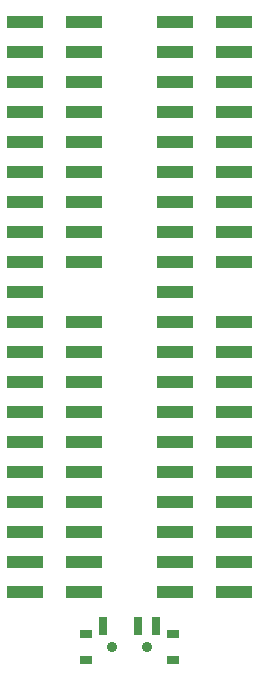
<source format=gbr>
%TF.GenerationSoftware,KiCad,Pcbnew,(6.0.4-0)*%
%TF.CreationDate,2022-11-06T15:53:12-07:00*%
%TF.ProjectId,ide_cable_select_switch,6964655f-6361-4626-9c65-5f73656c6563,rev?*%
%TF.SameCoordinates,Original*%
%TF.FileFunction,Soldermask,Top*%
%TF.FilePolarity,Negative*%
%FSLAX46Y46*%
G04 Gerber Fmt 4.6, Leading zero omitted, Abs format (unit mm)*
G04 Created by KiCad (PCBNEW (6.0.4-0)) date 2022-11-06 15:53:12*
%MOMM*%
%LPD*%
G01*
G04 APERTURE LIST*
%ADD10R,3.150000X1.000000*%
%ADD11R,1.000000X0.800000*%
%ADD12C,0.900000*%
%ADD13R,0.700000X1.500000*%
G04 APERTURE END LIST*
D10*
%TO.C,J3*%
X158765000Y-60452000D03*
X163815000Y-60452000D03*
X158765000Y-62992000D03*
X163815000Y-62992000D03*
X158765000Y-65532000D03*
X163815000Y-65532000D03*
X158765000Y-68072000D03*
X163815000Y-68072000D03*
X158765000Y-70612000D03*
X163815000Y-70612000D03*
X158765000Y-73152000D03*
X163815000Y-73152000D03*
X158765000Y-75692000D03*
X163815000Y-75692000D03*
X158765000Y-78232000D03*
X163815000Y-78232000D03*
X158765000Y-80772000D03*
X163815000Y-80772000D03*
X158765000Y-83312000D03*
X158765000Y-85852000D03*
X163815000Y-85852000D03*
X158765000Y-88392000D03*
X163815000Y-88392000D03*
X158765000Y-90932000D03*
X163815000Y-90932000D03*
X158765000Y-93472000D03*
X163815000Y-93472000D03*
X158765000Y-96012000D03*
X163815000Y-96012000D03*
X158765000Y-98552000D03*
X163815000Y-98552000D03*
X158765000Y-101092000D03*
X163815000Y-101092000D03*
X158765000Y-103632000D03*
X163815000Y-103632000D03*
X158765000Y-106172000D03*
X163815000Y-106172000D03*
X158765000Y-108712000D03*
X163815000Y-108712000D03*
%TD*%
%TO.C,J2*%
X146065000Y-60452000D03*
X151115000Y-60452000D03*
X146065000Y-62992000D03*
X151115000Y-62992000D03*
X146065000Y-65532000D03*
X151115000Y-65532000D03*
X146065000Y-68072000D03*
X151115000Y-68072000D03*
X146065000Y-70612000D03*
X151115000Y-70612000D03*
X146065000Y-73152000D03*
X151115000Y-73152000D03*
X146065000Y-75692000D03*
X151115000Y-75692000D03*
X146065000Y-78232000D03*
X151115000Y-78232000D03*
X146065000Y-80772000D03*
X151115000Y-80772000D03*
X146065000Y-83312000D03*
X146065000Y-85852000D03*
X151115000Y-85852000D03*
X146065000Y-88392000D03*
X151115000Y-88392000D03*
X146065000Y-90932000D03*
X151115000Y-90932000D03*
X146065000Y-93472000D03*
X151115000Y-93472000D03*
X146065000Y-96012000D03*
X151115000Y-96012000D03*
X146065000Y-98552000D03*
X151115000Y-98552000D03*
X146065000Y-101092000D03*
X151115000Y-101092000D03*
X146065000Y-103632000D03*
X151115000Y-103632000D03*
X146065000Y-106172000D03*
X151115000Y-106172000D03*
X146065000Y-108712000D03*
X151115000Y-108712000D03*
%TD*%
D11*
%TO.C,SW1*%
X158590000Y-112250000D03*
X151290000Y-114460000D03*
X158590000Y-114460000D03*
X151290000Y-112250000D03*
D12*
X156440000Y-113360000D03*
X153440000Y-113360000D03*
D13*
X152690000Y-111600000D03*
X155690000Y-111600000D03*
X157190000Y-111600000D03*
%TD*%
M02*

</source>
